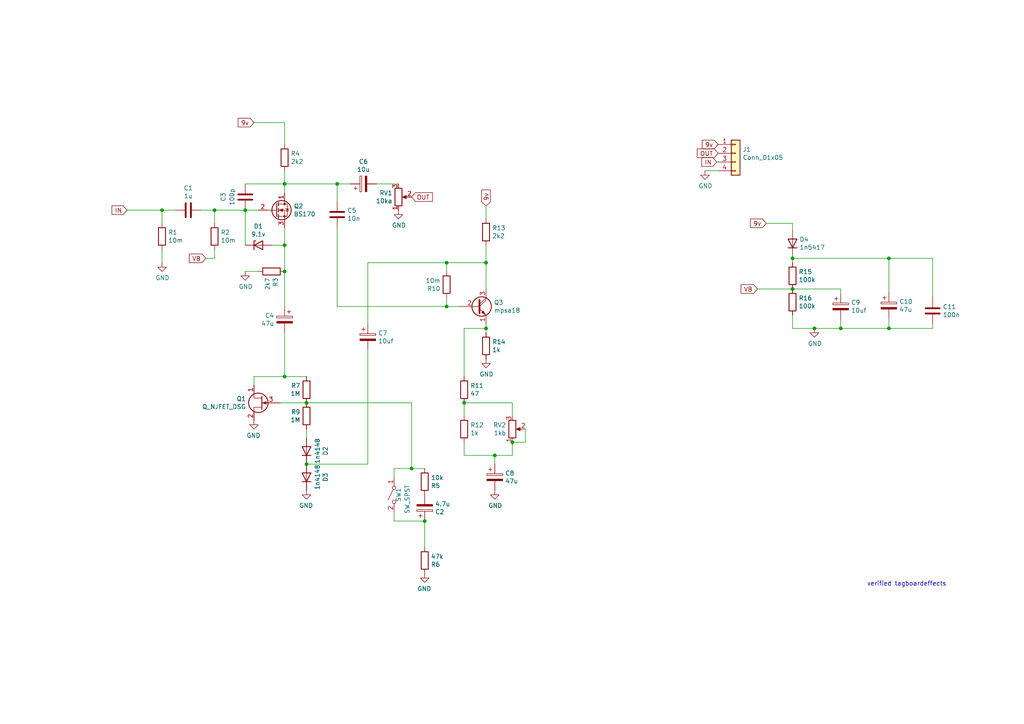
<source format=kicad_sch>
(kicad_sch (version 20230121) (generator eeschema)
  (paper "A4")
  (lib_symbols
    (symbol "Connector_Generic:Conn_01x04" (pin_names (offset 1.016) hide)
      (property "Reference" "J" (at 0 5.08 0))
      (property "Value" "Conn_01x04" (at 0 -7.62 0))
      (symbol "Conn_01x04_1_1"
        (rectangle (start -1.27 -4.953) (end 0 -5.207) (stroke (width 0.1524)))
        (rectangle (start -1.27 -2.413) (end 0 -2.667) (stroke (width 0.1524)))
        (rectangle (start -1.27 0.127) (end 0 -0.127) (stroke (width 0.1524)))
        (rectangle (start -1.27 2.667) (end 0 2.413) (stroke (width 0.1524)))
        (rectangle (start -1.27 3.81) (end 1.27 -6.35) (stroke (width 0.254)) (fill (type background)))
        (pin passive line (at -5.08 2.54 0) (length 3.81) (name "Pin_1") (number "1"))
        (pin passive line (at -5.08 0 0) (length 3.81) (name "Pin_2") (number "2"))
        (pin passive line (at -5.08 -2.54 0) (length 3.81) (name "Pin_3") (number "3"))
        (pin passive line (at -5.08 -5.08 0) (length 3.81) (name "Pin_4") (number "4"))
      )
    )
    (symbol "Device:C" (pin_numbers hide) (pin_names (offset 0.254))
      (property "Reference" "C" (at 0.635 2.54 0))
      (property "Value" "C" (at 0.635 -2.54 0))
      (symbol "C_0_1"
        (polyline (pts (xy -2.032 -0.762) (xy 2.032 -0.762)) (stroke (width 0.508)))
        (polyline (pts (xy -2.032 0.762) (xy 2.032 0.762)) (stroke (width 0.508)))
      )
      (symbol "C_1_1"
        (pin passive line (at 0 3.81 270) (length 2.794) (name "~") (number "1"))
        (pin passive line (at 0 -3.81 90) (length 2.794) (name "~") (number "2"))
      )
    )
    (symbol "Device:CP" (pin_numbers hide) (pin_names (offset 0.254))
      (property "Reference" "C" (at 0.635 2.54 0))
      (property "Value" "Device_CP" (at 0.635 -2.54 0))
      (symbol "CP_0_1"
        (rectangle (start -2.286 0.508) (end 2.286 1.016))
        (polyline (pts (xy -1.778 2.286) (xy -0.762 2.286)))
        (polyline (pts (xy -1.27 2.794) (xy -1.27 1.778)))
        (rectangle (start 2.286 -0.508) (end -2.286 -1.016) (fill (type outline)))
      )
      (symbol "CP_1_1"
        (pin passive line (at 0 3.81 270) (length 2.794) (name "~") (number "1"))
        (pin passive line (at 0 -3.81 90) (length 2.794) (name "~") (number "2"))
      )
    )
    (symbol "Device:D" (pin_numbers hide) (pin_names (offset 1.016) hide)
      (property "Reference" "D" (at 0 2.54 0))
      (property "Value" "D" (at 0 -2.54 0))
      (symbol "D_0_1"
        (polyline (pts (xy -1.27 1.27) (xy -1.27 -1.27)) (stroke (width 0.254)))
        (polyline (pts (xy 1.27 0) (xy -1.27 0)))
        (polyline (pts (xy 1.27 1.27) (xy 1.27 -1.27) (xy -1.27 0) (xy 1.27 1.27)) (stroke (width 0.254)))
      )
      (symbol "D_1_1"
        (pin passive line (at -3.81 0 0) (length 2.54) (name "K") (number "1"))
        (pin passive line (at 3.81 0 180) (length 2.54) (name "A") (number "2"))
      )
    )
    (symbol "Device:D_Zener" (pin_numbers hide) (pin_names (offset 1.016) hide)
      (property "Reference" "D" (at 0 2.54 0))
      (property "Value" "D_Zener" (at 0 -2.54 0))
      (symbol "D_Zener_0_1"
        (polyline (pts (xy 1.27 0) (xy -1.27 0)))
        (polyline (pts (xy -1.27 -1.27) (xy -1.27 1.27) (xy -0.762 1.27)) (stroke (width 0.254)))
        (polyline (pts (xy 1.27 -1.27) (xy 1.27 1.27) (xy -1.27 0) (xy 1.27 -1.27)) (stroke (width 0.254)))
      )
      (symbol "D_Zener_1_1"
        (pin passive line (at -3.81 0 0) (length 2.54) (name "K") (number "1"))
        (pin passive line (at 3.81 0 180) (length 2.54) (name "A") (number "2"))
      )
    )
    (symbol "Device:Q_NJFET_DSG" (pin_names (offset 0) hide)
      (property "Reference" "Q" (at 5.08 1.27 0))
      (property "Value" "Q_NJFET_DSG" (at 5.08 -1.27 0))
      (symbol "Q_NJFET_DSG_0_1"
        (polyline (pts (xy 0.254 1.905) (xy 0.254 -1.905) (xy 0.254 -1.905)) (stroke (width 0.254)))
        (polyline (pts (xy 2.54 -2.54) (xy 2.54 -1.27) (xy 0.254 -1.27)))
        (polyline (pts (xy 2.54 2.54) (xy 2.54 1.397) (xy 0.254 1.397)))
        (polyline (pts (xy 0 0) (xy -1.016 0.381) (xy -1.016 -0.381) (xy 0 0)) (fill (type outline)))
        (circle (center 1.27 0) (radius 2.8194) (stroke (width 0.254)))
      )
      (symbol "Q_NJFET_DSG_1_1"
        (pin passive line (at 2.54 5.08 270) (length 2.54) (name "D") (number "1"))
        (pin passive line (at 2.54 -5.08 90) (length 2.54) (name "S") (number "2"))
        (pin input line (at -5.08 0 0) (length 5.334) (name "G") (number "3"))
      )
    )
    (symbol "Device:Q_NPN_Darlington_EBC" (pin_names (offset 0) hide)
      (property "Reference" "Q" (at 4.572 1.27 0))
      (property "Value" "Q_NPN_Darlington_EBC" (at 4.572 -1.27 0))
      (symbol "Q_NPN_Darlington_EBC_0_1"
        (polyline (pts (xy 0.635 0.635) (xy 2.54 2.54)))
        (polyline (pts (xy 0.635 -0.635) (xy 2.54 -2.54) (xy 2.54 -2.54)))
        (polyline (pts (xy 0.635 0) (xy 2.54 1.905) (xy 2.54 2.54)))
        (polyline (pts (xy 0.635 1.905) (xy 0.635 -1.905) (xy 0.635 -1.905)) (stroke (width 0.508)))
        (polyline (pts (xy 1.27 -1.778) (xy 1.778 -1.27) (xy 2.286 -2.286) (xy 1.27 -1.778) (xy 1.27 -1.778)) (fill (type outline)))
        (circle (center 1.27 0) (radius 2.8194) (stroke (width 0.254)))
      )
      (symbol "Q_NPN_Darlington_EBC_1_1"
        (pin passive line (at 2.54 -5.08 90) (length 2.54) (name "E") (number "1"))
        (pin passive line (at -5.08 0 0) (length 5.715) (name "B") (number "2"))
        (pin passive line (at 2.54 5.08 270) (length 2.54) (name "C") (number "3"))
      )
    )
    (symbol "Device:R" (pin_numbers hide) (pin_names (offset 0))
      (property "Reference" "R" (at 2.032 0 90))
      (property "Value" "R" (at 0 0 90))
      (symbol "R_0_1"
        (rectangle (start -1.016 -2.54) (end 1.016 2.54) (stroke (width 0.254)))
      )
      (symbol "R_1_1"
        (pin passive line (at 0 3.81 270) (length 1.27) (name "~") (number "1"))
        (pin passive line (at 0 -3.81 90) (length 1.27) (name "~") (number "2"))
      )
    )
    (symbol "Device:R_POT" (pin_names (offset 1.016) hide)
      (property "Reference" "RV" (at -4.445 0 90))
      (property "Value" "Device_R_POT" (at -2.54 0 90))
      (symbol "R_POT_0_1"
        (polyline (pts (xy 2.54 0) (xy 1.524 0)))
        (polyline (pts (xy 1.143 0) (xy 2.286 0.508) (xy 2.286 -0.508) (xy 1.143 0)) (fill (type outline)))
        (rectangle (start 1.016 2.54) (end -1.016 -2.54) (stroke (width 0.254)))
      )
      (symbol "R_POT_1_1"
        (pin passive line (at 0 3.81 270) (length 1.27) (name "1") (number "1"))
        (pin passive line (at 3.81 0 180) (length 1.27) (name "2") (number "2"))
        (pin passive line (at 0 -3.81 90) (length 1.27) (name "3") (number "3"))
      )
    )
    (symbol "Switch:SW_SPST" (pin_names (offset 0) hide)
      (property "Reference" "SW" (at 0 3.175 0))
      (property "Value" "SW_SPST" (at 0 -2.54 0))
      (symbol "SW_SPST_0_0"
        (circle (center -2.032 0) (radius 0.508))
        (polyline (pts (xy -1.524 0.254) (xy 1.524 1.778)))
        (circle (center 2.032 0) (radius 0.508))
      )
      (symbol "SW_SPST_1_1"
        (pin passive line (at -5.08 0 0) (length 2.54) (name "A") (number "1"))
        (pin passive line (at 5.08 0 180) (length 2.54) (name "B") (number "2"))
      )
    )
    (symbol "Transistor_FET:BS170" (pin_names hide)
      (property "Reference" "Q" (at 5.08 1.905 0))
      (property "Value" "BS170" (at 5.08 0 0))
      (symbol "BS170_0_1"
        (polyline (pts (xy 0.254 0) (xy -2.54 0)))
        (polyline (pts (xy 0.254 1.905) (xy 0.254 -1.905)) (stroke (width 0.254)))
        (polyline (pts (xy 0.762 -1.27) (xy 0.762 -2.286)) (stroke (width 0.254)))
        (polyline (pts (xy 0.762 0.508) (xy 0.762 -0.508)) (stroke (width 0.254)))
        (polyline (pts (xy 0.762 2.286) (xy 0.762 1.27)) (stroke (width 0.254)))
        (polyline (pts (xy 2.54 2.54) (xy 2.54 1.778)))
        (polyline (pts (xy 2.54 -2.54) (xy 2.54 0) (xy 0.762 0)))
        (polyline (pts (xy 0.762 -1.778) (xy 3.302 -1.778) (xy 3.302 1.778) (xy 0.762 1.778)))
        (polyline (pts (xy 1.016 0) (xy 2.032 0.381) (xy 2.032 -0.381) (xy 1.016 0)) (fill (type outline)))
        (polyline (pts (xy 2.794 0.508) (xy 2.921 0.381) (xy 3.683 0.381) (xy 3.81 0.254)))
        (polyline (pts (xy 3.302 0.381) (xy 2.921 -0.254) (xy 3.683 -0.254) (xy 3.302 0.381)))
        (circle (center 1.651 0) (radius 2.794) (stroke (width 0.254)))
        (circle (center 2.54 -1.778) (radius 0.254) (fill (type outline)))
        (circle (center 2.54 1.778) (radius 0.254) (fill (type outline)))
      )
      (symbol "BS170_1_1"
        (pin passive line (at 2.54 5.08 270) (length 2.54) (name "D") (number "1"))
        (pin input line (at -5.08 0 0) (length 2.54) (name "G") (number "2"))
        (pin passive line (at 2.54 -5.08 90) (length 2.54) (name "S") (number "3"))
      )
    )
    (symbol "power:GND" (power) (pin_names (offset 0))
      (property "Value" "GND" (at 0 -3.81 0))
      (symbol "GND_0_1"
        (polyline (pts (xy 0 0) (xy 0 -1.27) (xy 1.27 -1.27) (xy 0 -2.54) (xy -1.27 -1.27) (xy 0 -1.27)))
      )
      (symbol "GND_1_1"
        (pin power_in line (at 0 0 270) (length 0) hide (name "GND") (number "1"))
      )
    )
  )
  (junction (at 82.55 53.34))
  (junction (at 229.87 74.93))
  (junction (at 88.9 116.84))
  (junction (at 140.97 76.2))
  (junction (at 243.84 95.25))
  (junction (at 143.51 132.08))
  (junction (at 82.55 78.74))
  (junction (at 236.22 95.25))
  (junction (at 129.54 76.2))
  (junction (at 134.62 116.84))
  (junction (at 257.81 95.25))
  (junction (at 62.23 60.96))
  (junction (at 129.54 88.9))
  (junction (at 140.97 95.25))
  (junction (at 46.99 60.96))
  (junction (at 88.9 134.62))
  (junction (at 82.55 109.22))
  (junction (at 71.12 60.96))
  (junction (at 119.38 135.89))
  (junction (at 97.79 53.34))
  (junction (at 123.19 151.13))
  (junction (at 148.59 128.27))
  (junction (at 82.55 71.12))
  (junction (at 257.81 74.93))
  (junction (at 229.87 83.82))
  (wire (pts (xy 82.55 53.34) (xy 97.79 53.34)))
  (wire (pts (xy 106.68 134.62) (xy 106.68 101.6)))
  (wire (pts (xy 140.97 95.25) (xy 140.97 96.52)))
  (wire (pts (xy 134.62 116.84) (xy 134.62 120.65)))
  (wire (pts (xy 219.71 83.82) (xy 229.87 83.82)))
  (wire (pts (xy 257.81 92.456) (xy 257.81 95.25)))
  (wire (pts (xy 71.12 71.12) (xy 71.12 60.96)))
  (wire (pts (xy 46.99 64.77) (xy 46.99 60.96)))
  (wire (pts (xy 140.97 93.98) (xy 140.97 95.25)))
  (wire (pts (xy 58.42 60.96) (xy 62.23 60.96)))
  (wire (pts (xy 229.87 74.422) (xy 229.87 74.93)))
  (wire (pts (xy 71.12 78.74) (xy 74.93 78.74)))
  (wire (pts (xy 97.79 88.9) (xy 129.54 88.9)))
  (wire (pts (xy 148.59 128.27) (xy 152.4 128.27)))
  (wire (pts (xy 140.97 76.2) (xy 140.97 83.82)))
  (wire (pts (xy 119.38 135.89) (xy 123.19 135.89)))
  (wire (pts (xy 143.51 132.08) (xy 143.51 134.62)))
  (wire (pts (xy 71.12 53.34) (xy 82.55 53.34)))
  (wire (pts (xy 97.79 53.34) (xy 101.6 53.34)))
  (wire (pts (xy 82.55 96.52) (xy 82.55 109.22)))
  (wire (pts (xy 243.84 85.09) (xy 243.84 83.82)))
  (wire (pts (xy 270.51 74.93) (xy 270.51 86.36)))
  (wire (pts (xy 114.3 151.13) (xy 123.19 151.13)))
  (wire (pts (xy 82.55 35.56) (xy 82.55 41.91)))
  (wire (pts (xy 140.97 63.5) (xy 140.97 59.69)))
  (wire (pts (xy 152.4 128.27) (xy 152.4 124.46)))
  (wire (pts (xy 134.62 109.22) (xy 134.62 95.25)))
  (wire (pts (xy 62.23 60.96) (xy 62.23 64.77)))
  (wire (pts (xy 88.9 127) (xy 88.9 124.46)))
  (wire (pts (xy 97.79 53.34) (xy 97.79 58.42)))
  (wire (pts (xy 73.66 111.76) (xy 73.66 109.22)))
  (wire (pts (xy 229.87 95.25) (xy 236.22 95.25)))
  (wire (pts (xy 62.23 74.93) (xy 59.69 74.93)))
  (wire (pts (xy 229.87 91.44) (xy 229.87 95.25)))
  (wire (pts (xy 222.25 64.77) (xy 229.87 64.77)))
  (wire (pts (xy 243.84 95.25) (xy 243.84 92.71)))
  (wire (pts (xy 36.83 60.96) (xy 46.99 60.96)))
  (wire (pts (xy 106.68 76.2) (xy 129.54 76.2)))
  (wire (pts (xy 229.87 64.77) (xy 229.87 66.802)))
  (wire (pts (xy 73.66 35.56) (xy 82.55 35.56)))
  (wire (pts (xy 82.55 49.53) (xy 82.55 53.34)))
  (wire (pts (xy 257.81 74.93) (xy 270.51 74.93)))
  (wire (pts (xy 229.87 74.93) (xy 229.87 76.2)))
  (wire (pts (xy 114.3 135.89) (xy 119.38 135.89)))
  (wire (pts (xy 129.54 88.9) (xy 133.35 88.9)))
  (wire (pts (xy 62.23 60.96) (xy 71.12 60.96)))
  (wire (pts (xy 97.79 66.04) (xy 97.79 88.9)))
  (wire (pts (xy 82.55 71.12) (xy 78.74 71.12)))
  (wire (pts (xy 140.97 76.2) (xy 140.97 71.12)))
  (wire (pts (xy 88.9 134.62) (xy 106.68 134.62)))
  (wire (pts (xy 229.87 74.93) (xy 257.81 74.93)))
  (wire (pts (xy 82.55 66.04) (xy 82.55 71.12)))
  (wire (pts (xy 270.51 95.25) (xy 257.81 95.25)))
  (wire (pts (xy 123.19 158.75) (xy 123.19 151.13)))
  (wire (pts (xy 270.51 93.98) (xy 270.51 95.25)))
  (wire (pts (xy 143.51 132.08) (xy 134.62 132.08)))
  (wire (pts (xy 257.81 74.93) (xy 257.81 84.836)))
  (wire (pts (xy 236.22 95.25) (xy 243.84 95.25)))
  (wire (pts (xy 82.55 88.9) (xy 82.55 78.74)))
  (wire (pts (xy 129.54 86.36) (xy 129.54 88.9)))
  (wire (pts (xy 129.54 76.2) (xy 140.97 76.2)))
  (wire (pts (xy 62.23 72.39) (xy 62.23 74.93)))
  (wire (pts (xy 88.9 116.84) (xy 119.38 116.84)))
  (wire (pts (xy 106.68 93.98) (xy 106.68 76.2)))
  (wire (pts (xy 119.38 116.84) (xy 119.38 135.89)))
  (wire (pts (xy 134.62 116.84) (xy 148.59 116.84)))
  (wire (pts (xy 73.66 109.22) (xy 82.55 109.22)))
  (wire (pts (xy 82.55 71.12) (xy 82.55 78.74)))
  (wire (pts (xy 81.28 116.84) (xy 88.9 116.84)))
  (wire (pts (xy 148.59 116.84) (xy 148.59 120.65)))
  (wire (pts (xy 134.62 128.27) (xy 134.62 132.08)))
  (wire (pts (xy 109.22 53.34) (xy 115.57 53.34)))
  (wire (pts (xy 207.899 46.99) (xy 208.28 46.99)))
  (wire (pts (xy 71.12 60.96) (xy 74.93 60.96)))
  (wire (pts (xy 148.59 132.08) (xy 148.59 128.27)))
  (wire (pts (xy 82.55 109.22) (xy 88.9 109.22)))
  (wire (pts (xy 204.47 49.53) (xy 208.28 49.53)))
  (wire (pts (xy 46.99 76.2) (xy 46.99 72.39)))
  (wire (pts (xy 129.54 76.2) (xy 129.54 78.74)))
  (wire (pts (xy 134.62 95.25) (xy 140.97 95.25)))
  (wire (pts (xy 82.55 53.34) (xy 82.55 55.88)))
  (wire (pts (xy 114.3 138.43) (xy 114.3 135.89)))
  (wire (pts (xy 114.3 151.13) (xy 114.3 148.59)))
  (wire (pts (xy 46.99 60.96) (xy 50.8 60.96)))
  (wire (pts (xy 243.84 83.82) (xy 229.87 83.82)))
  (wire (pts (xy 257.81 95.25) (xy 243.84 95.25)))
  (wire (pts (xy 148.59 132.08) (xy 143.51 132.08)))
  (text "verified tagboardeffects" (at 251.46 170.18 0) (effects (font (size 1.27 1.27)) (justify left bottom)))
  (global_label "OUT" (shape input) (at 208.28 44.45 180) (property "Intersheetrefs" "${INTERSHEET_REFS}" (effects hide)))
  (global_label "9v" (shape input) (at 222.25 64.77 180) (property "Intersheetrefs" "${INTERSHEET_REFS}" (effects hide)))
  (global_label "IN" (shape input) (at 207.899 46.99 180) (property "Intersheetrefs" "${INTERSHEET_REFS}" (effects hide)))
  (global_label "9v" (shape input) (at 73.66 35.56 180) (property "Intersheetrefs" "${INTERSHEET_REFS}" (effects hide)))
  (global_label "OUT" (shape input) (at 119.38 57.15 0) (property "Intersheetrefs" "${INTERSHEET_REFS}" (effects hide)))
  (global_label "9v" (shape input) (at 208.28 41.91 180) (property "Intersheetrefs" "${INTERSHEET_REFS}" (effects hide)))
  (global_label "9v" (shape input) (at 140.97 59.69 90) (property "Intersheetrefs" "${INTERSHEET_REFS}" (effects hide)))
  (global_label "VB" (shape input) (at 219.71 83.82 180) (property "Intersheetrefs" "${INTERSHEET_REFS}" (effects hide)))
  (global_label "VB" (shape input) (at 59.69 74.93 180) (property "Intersheetrefs" "${INTERSHEET_REFS}" (effects hide)))
  (global_label "IN" (shape input) (at 36.83 60.96 180) (property "Intersheetrefs" "${INTERSHEET_REFS}" (effects hide)))
  (symbol (lib_id "Device:Q_NPN_Darlington_EBC") (at 138.43 88.9 0) (unit 1)
    (property "Reference" "Q3" (at 143.256 87.7316 0) (effects (justify left)))
    (property "Value" "mpsa18" (at 143.256 90.043 0) (effects (justify left)))
    (property "Footprint" "Package_TO_SOT_THT:TO-92_Inline" (effects hide))
  )
  (symbol (lib_id "Transistor_FET:BS170") (at 80.01 60.96 0) (unit 1)
    (property "Reference" "Q2" (at 85.1916 59.7916 0) (effects (justify left)))
    (property "Value" "BS170" (at 85.1916 62.103 0) (effects (justify left)))
    (property "Footprint" "Package_TO_SOT_THT:TO-92_Inline" (effects hide))
    (property "Datasheet" "http://www.fairchildsemi.com/ds/BS/BS170.pdf" (effects hide))
  )
  (symbol (lib_id "Device:Q_NJFET_DSG") (at 76.2 116.84 0) (mirror y) (unit 1)
    (property "Reference" "Q1" (at 71.3486 115.6716 0) (effects (justify left)))
    (property "Value" "Q_NJFET_DSG" (at 71.3486 117.983 0) (effects (justify left)))
    (property "Footprint" "Package_TO_SOT_THT:TO-92_Inline" (effects hide))
  )
  (symbol (lib_id "Device:C") (at 54.61 60.96 270) (unit 1)
    (property "Reference" "C1" (at 54.61 54.5592 90))
    (property "Value" "1u" (at 54.61 56.8706 90))
    (property "Footprint" "Capacitor_THT:C_Disc_D5.0mm_W2.5mm_P5.00mm" (effects hide))
  )
  (symbol (lib_id "Device:R") (at 46.99 68.58 0) (unit 1)
    (property "Reference" "R1" (at 48.768 67.4116 0) (effects (justify left)))
    (property "Value" "10m" (at 48.768 69.723 0) (effects (justify left)))
    (property "Footprint" "Resistor_THT:R_Axial_DIN0207_L6.3mm_D2.5mm_P7.62mm_Horizontal" (effects hide))
  )
  (symbol (lib_id "Device:D") (at 229.87 70.612 90) (unit 1)
    (property "Reference" "D4" (at 231.8766 69.4436 90) (effects (justify right)))
    (property "Value" "1n5417" (at 231.8766 71.755 90) (effects (justify right)))
    (property "Footprint" "Diode_THT:D_A-405_P7.62mm_Horizontal" (effects hide))
  )
  (symbol (lib_id "Device:R") (at 229.87 80.01 0) (unit 1)
    (property "Reference" "R15" (at 231.648 78.8416 0) (effects (justify left)))
    (property "Value" "100k" (at 231.648 81.153 0) (effects (justify left)))
    (property "Footprint" "Resistor_THT:R_Axial_DIN0207_L6.3mm_D2.5mm_P7.62mm_Horizontal" (effects hide))
  )
  (symbol (lib_id "Device:R") (at 229.87 87.63 0) (unit 1)
    (property "Reference" "R16" (at 231.648 86.4616 0) (effects (justify left)))
    (property "Value" "100k" (at 231.648 88.773 0) (effects (justify left)))
    (property "Footprint" "Resistor_THT:R_Axial_DIN0207_L6.3mm_D2.5mm_P7.62mm_Horizontal" (effects hide))
  )
  (symbol (lib_id "Device:CP") (at 243.84 88.9 0) (unit 1)
    (property "Reference" "C9" (at 246.8372 87.7316 0) (effects (justify left)))
    (property "Value" "10uf" (at 246.8372 90.043 0) (effects (justify left)))
    (property "Footprint" "Capacitor_THT:CP_Radial_D5.0mm_P2.00mm" (effects hide))
  )
  (symbol (lib_id "power:GND") (at 236.22 95.25 0) (unit 1)
    (property "Reference" "#PWR0102" (effects hide))
    (property "Value" "GND" (at 236.347 99.6442 0))
  )
  (symbol (lib_id "Device:CP") (at 257.81 88.646 0) (unit 1)
    (property "Reference" "C10" (at 260.8072 87.4776 0) (effects (justify left)))
    (property "Value" "47u" (at 260.8072 89.789 0) (effects (justify left)))
    (property "Footprint" "Capacitor_THT:CP_Radial_D6.3mm_P2.50mm" (effects hide))
  )
  (symbol (lib_id "Device:C") (at 270.51 90.17 0) (unit 1)
    (property "Reference" "C11" (at 273.431 89.0016 0) (effects (justify left)))
    (property "Value" "100n" (at 273.431 91.313 0) (effects (justify left)))
    (property "Footprint" "Capacitor_THT:C_Disc_D7.5mm_W2.5mm_P5.00mm" (effects hide))
  )
  (symbol (lib_id "power:GND") (at 46.99 76.2 0) (unit 1)
    (property "Reference" "#PWR0103" (effects hide))
    (property "Value" "GND" (at 47.117 80.5942 0))
  )
  (symbol (lib_id "Device:D_Zener") (at 74.93 71.12 0) (unit 1)
    (property "Reference" "D1" (at 74.93 65.6336 0))
    (property "Value" "9.1v" (at 74.93 67.945 0))
    (property "Footprint" "Diode_THT:D_A-405_P7.62mm_Horizontal" (effects hide))
  )
  (symbol (lib_id "Device:R") (at 82.55 45.72 0) (unit 1)
    (property "Reference" "R4" (at 84.328 44.5516 0) (effects (justify left)))
    (property "Value" "2k2" (at 84.328 46.863 0) (effects (justify left)))
    (property "Footprint" "Resistor_THT:R_Axial_DIN0207_L6.3mm_D2.5mm_P7.62mm_Horizontal" (effects hide))
  )
  (symbol (lib_id "Device:CP") (at 105.41 53.34 90) (unit 1)
    (property "Reference" "C6" (at 105.41 46.863 90))
    (property "Value" "10u" (at 105.41 49.1744 90))
    (property "Footprint" "Capacitor_THT:CP_Radial_D5.0mm_P2.00mm" (effects hide))
  )
  (symbol (lib_id "Device:R") (at 62.23 68.58 0) (unit 1)
    (property "Reference" "R2" (at 64.008 67.4116 0) (effects (justify left)))
    (property "Value" "10m" (at 64.008 69.723 0) (effects (justify left)))
    (property "Footprint" "Resistor_THT:R_Axial_DIN0207_L6.3mm_D2.5mm_P7.62mm_Horizontal" (effects hide))
  )
  (symbol (lib_id "Device:C") (at 97.79 62.23 0) (unit 1)
    (property "Reference" "C5" (at 100.711 61.0616 0) (effects (justify left)))
    (property "Value" "10n" (at 100.711 63.373 0) (effects (justify left)))
    (property "Footprint" "Capacitor_THT:C_Disc_D5.0mm_W2.5mm_P5.00mm" (effects hide))
  )
  (symbol (lib_id "Device:R") (at 140.97 100.33 0) (unit 1)
    (property "Reference" "R14" (at 142.748 99.1616 0) (effects (justify left)))
    (property "Value" "1k" (at 142.748 101.473 0) (effects (justify left)))
    (property "Footprint" "Resistor_THT:R_Axial_DIN0207_L6.3mm_D2.5mm_P7.62mm_Horizontal" (effects hide))
  )
  (symbol (lib_id "power:GND") (at 140.97 104.14 0) (unit 1)
    (property "Reference" "#PWR0107" (effects hide))
    (property "Value" "GND" (at 141.097 108.5342 0))
  )
  (symbol (lib_id "Device:C") (at 71.12 57.15 180) (unit 1)
    (property "Reference" "C3" (at 64.77 57.15 90))
    (property "Value" "100p" (at 67.31 57.15 90))
    (property "Footprint" "Capacitor_THT:C_Disc_D5.0mm_W2.5mm_P5.00mm" (effects hide))
  )
  (symbol (lib_id "Device:CP") (at 82.55 92.71 0) (mirror y) (unit 1)
    (property "Reference" "C4" (at 79.5528 91.5416 0) (effects (justify left)))
    (property "Value" "47u" (at 79.5528 93.853 0) (effects (justify left)))
    (property "Footprint" "Capacitor_THT:CP_Radial_D6.3mm_P2.50mm" (effects hide))
  )
  (symbol (lib_id "Device:R") (at 88.9 113.03 0) (mirror y) (unit 1)
    (property "Reference" "R7" (at 87.122 111.8616 0) (effects (justify left)))
    (property "Value" "1M" (at 87.122 114.173 0) (effects (justify left)))
    (property "Footprint" "Resistor_THT:R_Axial_DIN0207_L6.3mm_D2.5mm_P7.62mm_Horizontal" (effects hide))
  )
  (symbol (lib_id "power:GND") (at 73.66 121.92 0) (mirror y) (unit 1)
    (property "Reference" "#PWR0110" (effects hide))
    (property "Value" "GND" (at 73.533 126.3142 0))
  )
  (symbol (lib_id "Device:R") (at 140.97 67.31 0) (unit 1)
    (property "Reference" "R13" (at 142.748 66.1416 0) (effects (justify left)))
    (property "Value" "2k2" (at 142.748 68.453 0) (effects (justify left)))
    (property "Footprint" "Resistor_THT:R_Axial_DIN0207_L6.3mm_D2.5mm_P7.62mm_Horizontal" (effects hide))
  )
  (symbol (lib_id "Device:D") (at 88.9 130.81 270) (mirror x) (unit 1)
    (property "Reference" "D2" (at 94.3864 130.81 0))
    (property "Value" "1n4148" (at 92.075 130.81 0))
    (property "Footprint" "Diode_THT:D_A-405_P7.62mm_Horizontal" (effects hide))
  )
  (symbol (lib_id "Device:D") (at 88.9 138.43 270) (mirror x) (unit 1)
    (property "Reference" "D3" (at 94.3864 138.43 0))
    (property "Value" "1n4148" (at 92.075 138.43 0))
    (property "Footprint" "Diode_THT:D_A-405_P7.62mm_Horizontal" (effects hide))
  )
  (symbol (lib_id "Device:R_POT") (at 148.59 124.46 0) (mirror x) (unit 1)
    (property "Reference" "RV2" (at 146.812 123.2916 0) (effects (justify right)))
    (property "Value" "1kb" (at 146.812 125.603 0) (effects (justify right)))
    (property "Footprint" "pedals:Pot_Underside" (effects hide))
  )
  (symbol (lib_id "Device:R") (at 134.62 124.46 0) (unit 1)
    (property "Reference" "R12" (at 136.398 123.2916 0) (effects (justify left)))
    (property "Value" "1k" (at 136.398 125.603 0) (effects (justify left)))
    (property "Footprint" "Resistor_THT:R_Axial_DIN0207_L6.3mm_D2.5mm_P7.62mm_Horizontal" (effects hide))
  )
  (symbol (lib_id "Device:R_POT") (at 115.57 57.15 0) (mirror x) (unit 1)
    (property "Reference" "RV1" (at 113.8174 55.9816 0) (effects (justify right)))
    (property "Value" "10ka" (at 113.8174 58.293 0) (effects (justify right)))
    (property "Footprint" "pedals:Pot_Underside" (effects hide))
  )
  (symbol (lib_id "power:GND") (at 115.57 60.96 0) (unit 1)
    (property "Reference" "#PWR0104" (effects hide))
    (property "Value" "GND" (at 115.697 65.3542 0))
  )
  (symbol (lib_id "Device:CP") (at 143.51 138.43 0) (unit 1)
    (property "Reference" "C8" (at 146.5072 137.2616 0) (effects (justify left)))
    (property "Value" "47u" (at 146.5072 139.573 0) (effects (justify left)))
    (property "Footprint" "Capacitor_THT:CP_Radial_D6.3mm_P2.50mm" (effects hide))
  )
  (symbol (lib_id "power:GND") (at 143.51 142.24 0) (unit 1)
    (property "Reference" "#PWR0106" (effects hide))
    (property "Value" "GND" (at 143.637 146.6342 0))
  )
  (symbol (lib_id "Device:R") (at 134.62 113.03 0) (unit 1)
    (property "Reference" "R11" (at 136.398 111.8616 0) (effects (justify left)))
    (property "Value" "47" (at 136.398 114.173 0) (effects (justify left)))
    (property "Footprint" "Resistor_THT:R_Axial_DIN0207_L6.3mm_D2.5mm_P7.62mm_Horizontal" (effects hide))
  )
  (symbol (lib_id "Device:R") (at 78.74 78.74 270) (unit 1)
    (property "Reference" "R3" (at 79.9084 80.518 0) (effects (justify left)))
    (property "Value" "2k7" (at 77.597 80.518 0) (effects (justify left)))
    (property "Footprint" "Resistor_THT:R_Axial_DIN0207_L6.3mm_D2.5mm_P7.62mm_Horizontal" (effects hide))
  )
  (symbol (lib_id "power:GND") (at 71.12 78.74 0) (unit 1)
    (property "Reference" "#PWR0105" (effects hide))
    (property "Value" "GND" (at 71.247 83.1342 0))
  )
  (symbol (lib_id "power:GND") (at 88.9 142.24 0) (mirror y) (unit 1)
    (property "Reference" "#PWR0109" (effects hide))
    (property "Value" "GND" (at 88.773 146.6342 0))
  )
  (symbol (lib_id "Device:CP") (at 106.68 97.79 0) (unit 1)
    (property "Reference" "C7" (at 109.6772 96.6216 0) (effects (justify left)))
    (property "Value" "10uf" (at 109.6772 98.933 0) (effects (justify left)))
    (property "Footprint" "Capacitor_THT:CP_Radial_D5.0mm_P2.00mm" (effects hide))
  )
  (symbol (lib_id "Device:R") (at 88.9 120.65 0) (mirror y) (unit 1)
    (property "Reference" "R9" (at 87.122 119.4816 0) (effects (justify left)))
    (property "Value" "1M" (at 87.122 121.793 0) (effects (justify left)))
    (property "Footprint" "Resistor_THT:R_Axial_DIN0207_L6.3mm_D2.5mm_P7.62mm_Horizontal" (effects hide))
  )
  (symbol (lib_id "Device:R") (at 129.54 82.55 180) (unit 1)
    (property "Reference" "R10" (at 127.762 83.7184 0) (effects (justify left)))
    (property "Value" "10m" (at 127.762 81.407 0) (effects (justify left)))
    (property "Footprint" "Resistor_THT:R_Axial_DIN0207_L6.3mm_D2.5mm_P7.62mm_Horizontal" (effects hide))
  )
  (symbol (lib_id "Device:R") (at 123.19 139.7 0) (mirror x) (unit 1)
    (property "Reference" "R5" (at 124.968 140.8684 0) (effects (justify left)))
    (property "Value" "10k" (at 124.968 138.557 0) (effects (justify left)))
    (property "Footprint" "Resistor_THT:R_Axial_DIN0207_L6.3mm_D2.5mm_P7.62mm_Horizontal" (effects hide))
  )
  (symbol (lib_id "Device:R") (at 123.19 162.56 0) (mirror x) (unit 1)
    (property "Reference" "R6" (at 124.968 163.7284 0) (effects (justify left)))
    (property "Value" "47k" (at 124.968 161.417 0) (effects (justify left)))
    (property "Footprint" "Resistor_THT:R_Axial_DIN0207_L6.3mm_D2.5mm_P7.62mm_Horizontal" (effects hide))
  )
  (symbol (lib_id "Connector_Generic:Conn_01x04") (at 213.36 44.45 0) (unit 1)
    (property "Reference" "J1" (at 215.392 43.3832 0) (effects (justify left)))
    (property "Value" "Conn_01x05" (at 215.392 45.6946 0) (effects (justify left)))
    (property "Footprint" "Connector_PinHeader_2.54mm:PinHeader_1x04_P2.54mm_Vertical" (effects hide))
  )
  (symbol (lib_id "power:GND") (at 204.47 49.53 0) (unit 1)
    (property "Reference" "#PWR0111" (effects hide))
    (property "Value" "GND" (at 204.597 53.9242 0))
  )
  (symbol (lib_id "power:GND") (at 123.19 166.37 0) (mirror y) (unit 1)
    (property "Reference" "#PWR0108" (effects hide))
    (property "Value" "GND" (at 123.063 170.7642 0))
  )
  (symbol (lib_id "Device:CP") (at 123.19 147.32 0) (mirror x) (unit 1)
    (property "Reference" "C2" (at 126.1872 148.4884 0) (effects (justify left)))
    (property "Value" "4.7u" (at 126.1872 146.177 0) (effects (justify left)))
    (property "Footprint" "Capacitor_THT:CP_Radial_D5.0mm_P2.00mm" (effects hide))
  )
  (symbol (lib_id "Switch:SW_SPST") (at 114.3 143.51 90) (mirror x) (unit 1)
    (property "Reference" "SW1" (at 115.57 143.51 0))
    (property "Value" "SW_SPST" (at 118.11 144.78 0))
    (property "Footprint" "pedals:SWITCH-M1-SPDT" (effects hide))
  )
)
</source>
